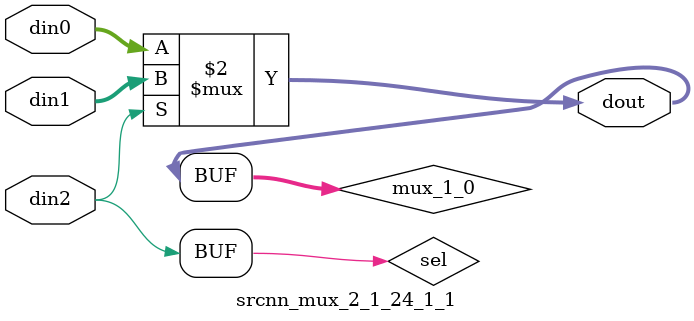
<source format=v>

`timescale 1ns/1ps

module srcnn_mux_2_1_24_1_1 #(
parameter
    ID                = 0,
    NUM_STAGE         = 1,
    din0_WIDTH       = 32,
    din1_WIDTH       = 32,
    din2_WIDTH         = 32,
    dout_WIDTH            = 32
)(
    input  [23 : 0]     din0,
    input  [23 : 0]     din1,
    input  [0 : 0]    din2,
    output [23 : 0]   dout);

// puts internal signals
wire [0 : 0]     sel;
// level 1 signals
wire [23 : 0]         mux_1_0;

assign sel = din2;

// Generate level 1 logic
assign mux_1_0 = (sel[0] == 0)? din0 : din1;

// output logic
assign dout = mux_1_0;

endmodule

</source>
